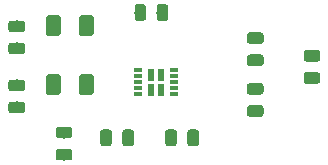
<source format=gbr>
G04 #@! TF.GenerationSoftware,KiCad,Pcbnew,(5.1.0)-1*
G04 #@! TF.CreationDate,2019-05-18T16:03:49-06:00*
G04 #@! TF.ProjectId,Tension,54656e73-696f-46e2-9e6b-696361645f70,rev?*
G04 #@! TF.SameCoordinates,Original*
G04 #@! TF.FileFunction,Paste,Top*
G04 #@! TF.FilePolarity,Positive*
%FSLAX46Y46*%
G04 Gerber Fmt 4.6, Leading zero omitted, Abs format (unit mm)*
G04 Created by KiCad (PCBNEW (5.1.0)-1) date 2019-05-18 16:03:49*
%MOMM*%
%LPD*%
G04 APERTURE LIST*
%ADD10C,0.100000*%
%ADD11C,1.250000*%
%ADD12C,0.975000*%
%ADD13R,0.600000X1.050000*%
%ADD14R,0.650000X0.300000*%
G04 APERTURE END LIST*
D10*
G36*
X146499504Y-67626204D02*
G01*
X146523773Y-67629804D01*
X146547571Y-67635765D01*
X146570671Y-67644030D01*
X146592849Y-67654520D01*
X146613893Y-67667133D01*
X146633598Y-67681747D01*
X146651777Y-67698223D01*
X146668253Y-67716402D01*
X146682867Y-67736107D01*
X146695480Y-67757151D01*
X146705970Y-67779329D01*
X146714235Y-67802429D01*
X146720196Y-67826227D01*
X146723796Y-67850496D01*
X146725000Y-67875000D01*
X146725000Y-69125000D01*
X146723796Y-69149504D01*
X146720196Y-69173773D01*
X146714235Y-69197571D01*
X146705970Y-69220671D01*
X146695480Y-69242849D01*
X146682867Y-69263893D01*
X146668253Y-69283598D01*
X146651777Y-69301777D01*
X146633598Y-69318253D01*
X146613893Y-69332867D01*
X146592849Y-69345480D01*
X146570671Y-69355970D01*
X146547571Y-69364235D01*
X146523773Y-69370196D01*
X146499504Y-69373796D01*
X146475000Y-69375000D01*
X145725000Y-69375000D01*
X145700496Y-69373796D01*
X145676227Y-69370196D01*
X145652429Y-69364235D01*
X145629329Y-69355970D01*
X145607151Y-69345480D01*
X145586107Y-69332867D01*
X145566402Y-69318253D01*
X145548223Y-69301777D01*
X145531747Y-69283598D01*
X145517133Y-69263893D01*
X145504520Y-69242849D01*
X145494030Y-69220671D01*
X145485765Y-69197571D01*
X145479804Y-69173773D01*
X145476204Y-69149504D01*
X145475000Y-69125000D01*
X145475000Y-67875000D01*
X145476204Y-67850496D01*
X145479804Y-67826227D01*
X145485765Y-67802429D01*
X145494030Y-67779329D01*
X145504520Y-67757151D01*
X145517133Y-67736107D01*
X145531747Y-67716402D01*
X145548223Y-67698223D01*
X145566402Y-67681747D01*
X145586107Y-67667133D01*
X145607151Y-67654520D01*
X145629329Y-67644030D01*
X145652429Y-67635765D01*
X145676227Y-67629804D01*
X145700496Y-67626204D01*
X145725000Y-67625000D01*
X146475000Y-67625000D01*
X146499504Y-67626204D01*
X146499504Y-67626204D01*
G37*
D11*
X146100000Y-68500000D03*
D10*
G36*
X149299504Y-67626204D02*
G01*
X149323773Y-67629804D01*
X149347571Y-67635765D01*
X149370671Y-67644030D01*
X149392849Y-67654520D01*
X149413893Y-67667133D01*
X149433598Y-67681747D01*
X149451777Y-67698223D01*
X149468253Y-67716402D01*
X149482867Y-67736107D01*
X149495480Y-67757151D01*
X149505970Y-67779329D01*
X149514235Y-67802429D01*
X149520196Y-67826227D01*
X149523796Y-67850496D01*
X149525000Y-67875000D01*
X149525000Y-69125000D01*
X149523796Y-69149504D01*
X149520196Y-69173773D01*
X149514235Y-69197571D01*
X149505970Y-69220671D01*
X149495480Y-69242849D01*
X149482867Y-69263893D01*
X149468253Y-69283598D01*
X149451777Y-69301777D01*
X149433598Y-69318253D01*
X149413893Y-69332867D01*
X149392849Y-69345480D01*
X149370671Y-69355970D01*
X149347571Y-69364235D01*
X149323773Y-69370196D01*
X149299504Y-69373796D01*
X149275000Y-69375000D01*
X148525000Y-69375000D01*
X148500496Y-69373796D01*
X148476227Y-69370196D01*
X148452429Y-69364235D01*
X148429329Y-69355970D01*
X148407151Y-69345480D01*
X148386107Y-69332867D01*
X148366402Y-69318253D01*
X148348223Y-69301777D01*
X148331747Y-69283598D01*
X148317133Y-69263893D01*
X148304520Y-69242849D01*
X148294030Y-69220671D01*
X148285765Y-69197571D01*
X148279804Y-69173773D01*
X148276204Y-69149504D01*
X148275000Y-69125000D01*
X148275000Y-67875000D01*
X148276204Y-67850496D01*
X148279804Y-67826227D01*
X148285765Y-67802429D01*
X148294030Y-67779329D01*
X148304520Y-67757151D01*
X148317133Y-67736107D01*
X148331747Y-67716402D01*
X148348223Y-67698223D01*
X148366402Y-67681747D01*
X148386107Y-67667133D01*
X148407151Y-67654520D01*
X148429329Y-67644030D01*
X148452429Y-67635765D01*
X148476227Y-67629804D01*
X148500496Y-67626204D01*
X148525000Y-67625000D01*
X149275000Y-67625000D01*
X149299504Y-67626204D01*
X149299504Y-67626204D01*
G37*
D11*
X148900000Y-68500000D03*
D10*
G36*
X143480142Y-63076174D02*
G01*
X143503803Y-63079684D01*
X143527007Y-63085496D01*
X143549529Y-63093554D01*
X143571153Y-63103782D01*
X143591670Y-63116079D01*
X143610883Y-63130329D01*
X143628607Y-63146393D01*
X143644671Y-63164117D01*
X143658921Y-63183330D01*
X143671218Y-63203847D01*
X143681446Y-63225471D01*
X143689504Y-63247993D01*
X143695316Y-63271197D01*
X143698826Y-63294858D01*
X143700000Y-63318750D01*
X143700000Y-63806250D01*
X143698826Y-63830142D01*
X143695316Y-63853803D01*
X143689504Y-63877007D01*
X143681446Y-63899529D01*
X143671218Y-63921153D01*
X143658921Y-63941670D01*
X143644671Y-63960883D01*
X143628607Y-63978607D01*
X143610883Y-63994671D01*
X143591670Y-64008921D01*
X143571153Y-64021218D01*
X143549529Y-64031446D01*
X143527007Y-64039504D01*
X143503803Y-64045316D01*
X143480142Y-64048826D01*
X143456250Y-64050000D01*
X142543750Y-64050000D01*
X142519858Y-64048826D01*
X142496197Y-64045316D01*
X142472993Y-64039504D01*
X142450471Y-64031446D01*
X142428847Y-64021218D01*
X142408330Y-64008921D01*
X142389117Y-63994671D01*
X142371393Y-63978607D01*
X142355329Y-63960883D01*
X142341079Y-63941670D01*
X142328782Y-63921153D01*
X142318554Y-63899529D01*
X142310496Y-63877007D01*
X142304684Y-63853803D01*
X142301174Y-63830142D01*
X142300000Y-63806250D01*
X142300000Y-63318750D01*
X142301174Y-63294858D01*
X142304684Y-63271197D01*
X142310496Y-63247993D01*
X142318554Y-63225471D01*
X142328782Y-63203847D01*
X142341079Y-63183330D01*
X142355329Y-63164117D01*
X142371393Y-63146393D01*
X142389117Y-63130329D01*
X142408330Y-63116079D01*
X142428847Y-63103782D01*
X142450471Y-63093554D01*
X142472993Y-63085496D01*
X142496197Y-63079684D01*
X142519858Y-63076174D01*
X142543750Y-63075000D01*
X143456250Y-63075000D01*
X143480142Y-63076174D01*
X143480142Y-63076174D01*
G37*
D12*
X143000000Y-63562500D03*
D10*
G36*
X143480142Y-64951174D02*
G01*
X143503803Y-64954684D01*
X143527007Y-64960496D01*
X143549529Y-64968554D01*
X143571153Y-64978782D01*
X143591670Y-64991079D01*
X143610883Y-65005329D01*
X143628607Y-65021393D01*
X143644671Y-65039117D01*
X143658921Y-65058330D01*
X143671218Y-65078847D01*
X143681446Y-65100471D01*
X143689504Y-65122993D01*
X143695316Y-65146197D01*
X143698826Y-65169858D01*
X143700000Y-65193750D01*
X143700000Y-65681250D01*
X143698826Y-65705142D01*
X143695316Y-65728803D01*
X143689504Y-65752007D01*
X143681446Y-65774529D01*
X143671218Y-65796153D01*
X143658921Y-65816670D01*
X143644671Y-65835883D01*
X143628607Y-65853607D01*
X143610883Y-65869671D01*
X143591670Y-65883921D01*
X143571153Y-65896218D01*
X143549529Y-65906446D01*
X143527007Y-65914504D01*
X143503803Y-65920316D01*
X143480142Y-65923826D01*
X143456250Y-65925000D01*
X142543750Y-65925000D01*
X142519858Y-65923826D01*
X142496197Y-65920316D01*
X142472993Y-65914504D01*
X142450471Y-65906446D01*
X142428847Y-65896218D01*
X142408330Y-65883921D01*
X142389117Y-65869671D01*
X142371393Y-65853607D01*
X142355329Y-65835883D01*
X142341079Y-65816670D01*
X142328782Y-65796153D01*
X142318554Y-65774529D01*
X142310496Y-65752007D01*
X142304684Y-65728803D01*
X142301174Y-65705142D01*
X142300000Y-65681250D01*
X142300000Y-65193750D01*
X142301174Y-65169858D01*
X142304684Y-65146197D01*
X142310496Y-65122993D01*
X142318554Y-65100471D01*
X142328782Y-65078847D01*
X142341079Y-65058330D01*
X142355329Y-65039117D01*
X142371393Y-65021393D01*
X142389117Y-65005329D01*
X142408330Y-64991079D01*
X142428847Y-64978782D01*
X142450471Y-64968554D01*
X142472993Y-64960496D01*
X142496197Y-64954684D01*
X142519858Y-64951174D01*
X142543750Y-64950000D01*
X143456250Y-64950000D01*
X143480142Y-64951174D01*
X143480142Y-64951174D01*
G37*
D12*
X143000000Y-65437500D03*
D10*
G36*
X146499504Y-62626204D02*
G01*
X146523773Y-62629804D01*
X146547571Y-62635765D01*
X146570671Y-62644030D01*
X146592849Y-62654520D01*
X146613893Y-62667133D01*
X146633598Y-62681747D01*
X146651777Y-62698223D01*
X146668253Y-62716402D01*
X146682867Y-62736107D01*
X146695480Y-62757151D01*
X146705970Y-62779329D01*
X146714235Y-62802429D01*
X146720196Y-62826227D01*
X146723796Y-62850496D01*
X146725000Y-62875000D01*
X146725000Y-64125000D01*
X146723796Y-64149504D01*
X146720196Y-64173773D01*
X146714235Y-64197571D01*
X146705970Y-64220671D01*
X146695480Y-64242849D01*
X146682867Y-64263893D01*
X146668253Y-64283598D01*
X146651777Y-64301777D01*
X146633598Y-64318253D01*
X146613893Y-64332867D01*
X146592849Y-64345480D01*
X146570671Y-64355970D01*
X146547571Y-64364235D01*
X146523773Y-64370196D01*
X146499504Y-64373796D01*
X146475000Y-64375000D01*
X145725000Y-64375000D01*
X145700496Y-64373796D01*
X145676227Y-64370196D01*
X145652429Y-64364235D01*
X145629329Y-64355970D01*
X145607151Y-64345480D01*
X145586107Y-64332867D01*
X145566402Y-64318253D01*
X145548223Y-64301777D01*
X145531747Y-64283598D01*
X145517133Y-64263893D01*
X145504520Y-64242849D01*
X145494030Y-64220671D01*
X145485765Y-64197571D01*
X145479804Y-64173773D01*
X145476204Y-64149504D01*
X145475000Y-64125000D01*
X145475000Y-62875000D01*
X145476204Y-62850496D01*
X145479804Y-62826227D01*
X145485765Y-62802429D01*
X145494030Y-62779329D01*
X145504520Y-62757151D01*
X145517133Y-62736107D01*
X145531747Y-62716402D01*
X145548223Y-62698223D01*
X145566402Y-62681747D01*
X145586107Y-62667133D01*
X145607151Y-62654520D01*
X145629329Y-62644030D01*
X145652429Y-62635765D01*
X145676227Y-62629804D01*
X145700496Y-62626204D01*
X145725000Y-62625000D01*
X146475000Y-62625000D01*
X146499504Y-62626204D01*
X146499504Y-62626204D01*
G37*
D11*
X146100000Y-63500000D03*
D10*
G36*
X149299504Y-62626204D02*
G01*
X149323773Y-62629804D01*
X149347571Y-62635765D01*
X149370671Y-62644030D01*
X149392849Y-62654520D01*
X149413893Y-62667133D01*
X149433598Y-62681747D01*
X149451777Y-62698223D01*
X149468253Y-62716402D01*
X149482867Y-62736107D01*
X149495480Y-62757151D01*
X149505970Y-62779329D01*
X149514235Y-62802429D01*
X149520196Y-62826227D01*
X149523796Y-62850496D01*
X149525000Y-62875000D01*
X149525000Y-64125000D01*
X149523796Y-64149504D01*
X149520196Y-64173773D01*
X149514235Y-64197571D01*
X149505970Y-64220671D01*
X149495480Y-64242849D01*
X149482867Y-64263893D01*
X149468253Y-64283598D01*
X149451777Y-64301777D01*
X149433598Y-64318253D01*
X149413893Y-64332867D01*
X149392849Y-64345480D01*
X149370671Y-64355970D01*
X149347571Y-64364235D01*
X149323773Y-64370196D01*
X149299504Y-64373796D01*
X149275000Y-64375000D01*
X148525000Y-64375000D01*
X148500496Y-64373796D01*
X148476227Y-64370196D01*
X148452429Y-64364235D01*
X148429329Y-64355970D01*
X148407151Y-64345480D01*
X148386107Y-64332867D01*
X148366402Y-64318253D01*
X148348223Y-64301777D01*
X148331747Y-64283598D01*
X148317133Y-64263893D01*
X148304520Y-64242849D01*
X148294030Y-64220671D01*
X148285765Y-64197571D01*
X148279804Y-64173773D01*
X148276204Y-64149504D01*
X148275000Y-64125000D01*
X148275000Y-62875000D01*
X148276204Y-62850496D01*
X148279804Y-62826227D01*
X148285765Y-62802429D01*
X148294030Y-62779329D01*
X148304520Y-62757151D01*
X148317133Y-62736107D01*
X148331747Y-62716402D01*
X148348223Y-62698223D01*
X148366402Y-62681747D01*
X148386107Y-62667133D01*
X148407151Y-62654520D01*
X148429329Y-62644030D01*
X148452429Y-62635765D01*
X148476227Y-62629804D01*
X148500496Y-62626204D01*
X148525000Y-62625000D01*
X149275000Y-62625000D01*
X149299504Y-62626204D01*
X149299504Y-62626204D01*
G37*
D11*
X148900000Y-63500000D03*
D10*
G36*
X155605142Y-61701174D02*
G01*
X155628803Y-61704684D01*
X155652007Y-61710496D01*
X155674529Y-61718554D01*
X155696153Y-61728782D01*
X155716670Y-61741079D01*
X155735883Y-61755329D01*
X155753607Y-61771393D01*
X155769671Y-61789117D01*
X155783921Y-61808330D01*
X155796218Y-61828847D01*
X155806446Y-61850471D01*
X155814504Y-61872993D01*
X155820316Y-61896197D01*
X155823826Y-61919858D01*
X155825000Y-61943750D01*
X155825000Y-62856250D01*
X155823826Y-62880142D01*
X155820316Y-62903803D01*
X155814504Y-62927007D01*
X155806446Y-62949529D01*
X155796218Y-62971153D01*
X155783921Y-62991670D01*
X155769671Y-63010883D01*
X155753607Y-63028607D01*
X155735883Y-63044671D01*
X155716670Y-63058921D01*
X155696153Y-63071218D01*
X155674529Y-63081446D01*
X155652007Y-63089504D01*
X155628803Y-63095316D01*
X155605142Y-63098826D01*
X155581250Y-63100000D01*
X155093750Y-63100000D01*
X155069858Y-63098826D01*
X155046197Y-63095316D01*
X155022993Y-63089504D01*
X155000471Y-63081446D01*
X154978847Y-63071218D01*
X154958330Y-63058921D01*
X154939117Y-63044671D01*
X154921393Y-63028607D01*
X154905329Y-63010883D01*
X154891079Y-62991670D01*
X154878782Y-62971153D01*
X154868554Y-62949529D01*
X154860496Y-62927007D01*
X154854684Y-62903803D01*
X154851174Y-62880142D01*
X154850000Y-62856250D01*
X154850000Y-61943750D01*
X154851174Y-61919858D01*
X154854684Y-61896197D01*
X154860496Y-61872993D01*
X154868554Y-61850471D01*
X154878782Y-61828847D01*
X154891079Y-61808330D01*
X154905329Y-61789117D01*
X154921393Y-61771393D01*
X154939117Y-61755329D01*
X154958330Y-61741079D01*
X154978847Y-61728782D01*
X155000471Y-61718554D01*
X155022993Y-61710496D01*
X155046197Y-61704684D01*
X155069858Y-61701174D01*
X155093750Y-61700000D01*
X155581250Y-61700000D01*
X155605142Y-61701174D01*
X155605142Y-61701174D01*
G37*
D12*
X155337500Y-62400000D03*
D10*
G36*
X153730142Y-61701174D02*
G01*
X153753803Y-61704684D01*
X153777007Y-61710496D01*
X153799529Y-61718554D01*
X153821153Y-61728782D01*
X153841670Y-61741079D01*
X153860883Y-61755329D01*
X153878607Y-61771393D01*
X153894671Y-61789117D01*
X153908921Y-61808330D01*
X153921218Y-61828847D01*
X153931446Y-61850471D01*
X153939504Y-61872993D01*
X153945316Y-61896197D01*
X153948826Y-61919858D01*
X153950000Y-61943750D01*
X153950000Y-62856250D01*
X153948826Y-62880142D01*
X153945316Y-62903803D01*
X153939504Y-62927007D01*
X153931446Y-62949529D01*
X153921218Y-62971153D01*
X153908921Y-62991670D01*
X153894671Y-63010883D01*
X153878607Y-63028607D01*
X153860883Y-63044671D01*
X153841670Y-63058921D01*
X153821153Y-63071218D01*
X153799529Y-63081446D01*
X153777007Y-63089504D01*
X153753803Y-63095316D01*
X153730142Y-63098826D01*
X153706250Y-63100000D01*
X153218750Y-63100000D01*
X153194858Y-63098826D01*
X153171197Y-63095316D01*
X153147993Y-63089504D01*
X153125471Y-63081446D01*
X153103847Y-63071218D01*
X153083330Y-63058921D01*
X153064117Y-63044671D01*
X153046393Y-63028607D01*
X153030329Y-63010883D01*
X153016079Y-62991670D01*
X153003782Y-62971153D01*
X152993554Y-62949529D01*
X152985496Y-62927007D01*
X152979684Y-62903803D01*
X152976174Y-62880142D01*
X152975000Y-62856250D01*
X152975000Y-61943750D01*
X152976174Y-61919858D01*
X152979684Y-61896197D01*
X152985496Y-61872993D01*
X152993554Y-61850471D01*
X153003782Y-61828847D01*
X153016079Y-61808330D01*
X153030329Y-61789117D01*
X153046393Y-61771393D01*
X153064117Y-61755329D01*
X153083330Y-61741079D01*
X153103847Y-61728782D01*
X153125471Y-61718554D01*
X153147993Y-61710496D01*
X153171197Y-61704684D01*
X153194858Y-61701174D01*
X153218750Y-61700000D01*
X153706250Y-61700000D01*
X153730142Y-61701174D01*
X153730142Y-61701174D01*
G37*
D12*
X153462500Y-62400000D03*
D10*
G36*
X156330142Y-72301174D02*
G01*
X156353803Y-72304684D01*
X156377007Y-72310496D01*
X156399529Y-72318554D01*
X156421153Y-72328782D01*
X156441670Y-72341079D01*
X156460883Y-72355329D01*
X156478607Y-72371393D01*
X156494671Y-72389117D01*
X156508921Y-72408330D01*
X156521218Y-72428847D01*
X156531446Y-72450471D01*
X156539504Y-72472993D01*
X156545316Y-72496197D01*
X156548826Y-72519858D01*
X156550000Y-72543750D01*
X156550000Y-73456250D01*
X156548826Y-73480142D01*
X156545316Y-73503803D01*
X156539504Y-73527007D01*
X156531446Y-73549529D01*
X156521218Y-73571153D01*
X156508921Y-73591670D01*
X156494671Y-73610883D01*
X156478607Y-73628607D01*
X156460883Y-73644671D01*
X156441670Y-73658921D01*
X156421153Y-73671218D01*
X156399529Y-73681446D01*
X156377007Y-73689504D01*
X156353803Y-73695316D01*
X156330142Y-73698826D01*
X156306250Y-73700000D01*
X155818750Y-73700000D01*
X155794858Y-73698826D01*
X155771197Y-73695316D01*
X155747993Y-73689504D01*
X155725471Y-73681446D01*
X155703847Y-73671218D01*
X155683330Y-73658921D01*
X155664117Y-73644671D01*
X155646393Y-73628607D01*
X155630329Y-73610883D01*
X155616079Y-73591670D01*
X155603782Y-73571153D01*
X155593554Y-73549529D01*
X155585496Y-73527007D01*
X155579684Y-73503803D01*
X155576174Y-73480142D01*
X155575000Y-73456250D01*
X155575000Y-72543750D01*
X155576174Y-72519858D01*
X155579684Y-72496197D01*
X155585496Y-72472993D01*
X155593554Y-72450471D01*
X155603782Y-72428847D01*
X155616079Y-72408330D01*
X155630329Y-72389117D01*
X155646393Y-72371393D01*
X155664117Y-72355329D01*
X155683330Y-72341079D01*
X155703847Y-72328782D01*
X155725471Y-72318554D01*
X155747993Y-72310496D01*
X155771197Y-72304684D01*
X155794858Y-72301174D01*
X155818750Y-72300000D01*
X156306250Y-72300000D01*
X156330142Y-72301174D01*
X156330142Y-72301174D01*
G37*
D12*
X156062500Y-73000000D03*
D10*
G36*
X158205142Y-72301174D02*
G01*
X158228803Y-72304684D01*
X158252007Y-72310496D01*
X158274529Y-72318554D01*
X158296153Y-72328782D01*
X158316670Y-72341079D01*
X158335883Y-72355329D01*
X158353607Y-72371393D01*
X158369671Y-72389117D01*
X158383921Y-72408330D01*
X158396218Y-72428847D01*
X158406446Y-72450471D01*
X158414504Y-72472993D01*
X158420316Y-72496197D01*
X158423826Y-72519858D01*
X158425000Y-72543750D01*
X158425000Y-73456250D01*
X158423826Y-73480142D01*
X158420316Y-73503803D01*
X158414504Y-73527007D01*
X158406446Y-73549529D01*
X158396218Y-73571153D01*
X158383921Y-73591670D01*
X158369671Y-73610883D01*
X158353607Y-73628607D01*
X158335883Y-73644671D01*
X158316670Y-73658921D01*
X158296153Y-73671218D01*
X158274529Y-73681446D01*
X158252007Y-73689504D01*
X158228803Y-73695316D01*
X158205142Y-73698826D01*
X158181250Y-73700000D01*
X157693750Y-73700000D01*
X157669858Y-73698826D01*
X157646197Y-73695316D01*
X157622993Y-73689504D01*
X157600471Y-73681446D01*
X157578847Y-73671218D01*
X157558330Y-73658921D01*
X157539117Y-73644671D01*
X157521393Y-73628607D01*
X157505329Y-73610883D01*
X157491079Y-73591670D01*
X157478782Y-73571153D01*
X157468554Y-73549529D01*
X157460496Y-73527007D01*
X157454684Y-73503803D01*
X157451174Y-73480142D01*
X157450000Y-73456250D01*
X157450000Y-72543750D01*
X157451174Y-72519858D01*
X157454684Y-72496197D01*
X157460496Y-72472993D01*
X157468554Y-72450471D01*
X157478782Y-72428847D01*
X157491079Y-72408330D01*
X157505329Y-72389117D01*
X157521393Y-72371393D01*
X157539117Y-72355329D01*
X157558330Y-72341079D01*
X157578847Y-72328782D01*
X157600471Y-72318554D01*
X157622993Y-72310496D01*
X157646197Y-72304684D01*
X157669858Y-72301174D01*
X157693750Y-72300000D01*
X158181250Y-72300000D01*
X158205142Y-72301174D01*
X158205142Y-72301174D01*
G37*
D12*
X157937500Y-73000000D03*
D10*
G36*
X143480142Y-68076174D02*
G01*
X143503803Y-68079684D01*
X143527007Y-68085496D01*
X143549529Y-68093554D01*
X143571153Y-68103782D01*
X143591670Y-68116079D01*
X143610883Y-68130329D01*
X143628607Y-68146393D01*
X143644671Y-68164117D01*
X143658921Y-68183330D01*
X143671218Y-68203847D01*
X143681446Y-68225471D01*
X143689504Y-68247993D01*
X143695316Y-68271197D01*
X143698826Y-68294858D01*
X143700000Y-68318750D01*
X143700000Y-68806250D01*
X143698826Y-68830142D01*
X143695316Y-68853803D01*
X143689504Y-68877007D01*
X143681446Y-68899529D01*
X143671218Y-68921153D01*
X143658921Y-68941670D01*
X143644671Y-68960883D01*
X143628607Y-68978607D01*
X143610883Y-68994671D01*
X143591670Y-69008921D01*
X143571153Y-69021218D01*
X143549529Y-69031446D01*
X143527007Y-69039504D01*
X143503803Y-69045316D01*
X143480142Y-69048826D01*
X143456250Y-69050000D01*
X142543750Y-69050000D01*
X142519858Y-69048826D01*
X142496197Y-69045316D01*
X142472993Y-69039504D01*
X142450471Y-69031446D01*
X142428847Y-69021218D01*
X142408330Y-69008921D01*
X142389117Y-68994671D01*
X142371393Y-68978607D01*
X142355329Y-68960883D01*
X142341079Y-68941670D01*
X142328782Y-68921153D01*
X142318554Y-68899529D01*
X142310496Y-68877007D01*
X142304684Y-68853803D01*
X142301174Y-68830142D01*
X142300000Y-68806250D01*
X142300000Y-68318750D01*
X142301174Y-68294858D01*
X142304684Y-68271197D01*
X142310496Y-68247993D01*
X142318554Y-68225471D01*
X142328782Y-68203847D01*
X142341079Y-68183330D01*
X142355329Y-68164117D01*
X142371393Y-68146393D01*
X142389117Y-68130329D01*
X142408330Y-68116079D01*
X142428847Y-68103782D01*
X142450471Y-68093554D01*
X142472993Y-68085496D01*
X142496197Y-68079684D01*
X142519858Y-68076174D01*
X142543750Y-68075000D01*
X143456250Y-68075000D01*
X143480142Y-68076174D01*
X143480142Y-68076174D01*
G37*
D12*
X143000000Y-68562500D03*
D10*
G36*
X143480142Y-69951174D02*
G01*
X143503803Y-69954684D01*
X143527007Y-69960496D01*
X143549529Y-69968554D01*
X143571153Y-69978782D01*
X143591670Y-69991079D01*
X143610883Y-70005329D01*
X143628607Y-70021393D01*
X143644671Y-70039117D01*
X143658921Y-70058330D01*
X143671218Y-70078847D01*
X143681446Y-70100471D01*
X143689504Y-70122993D01*
X143695316Y-70146197D01*
X143698826Y-70169858D01*
X143700000Y-70193750D01*
X143700000Y-70681250D01*
X143698826Y-70705142D01*
X143695316Y-70728803D01*
X143689504Y-70752007D01*
X143681446Y-70774529D01*
X143671218Y-70796153D01*
X143658921Y-70816670D01*
X143644671Y-70835883D01*
X143628607Y-70853607D01*
X143610883Y-70869671D01*
X143591670Y-70883921D01*
X143571153Y-70896218D01*
X143549529Y-70906446D01*
X143527007Y-70914504D01*
X143503803Y-70920316D01*
X143480142Y-70923826D01*
X143456250Y-70925000D01*
X142543750Y-70925000D01*
X142519858Y-70923826D01*
X142496197Y-70920316D01*
X142472993Y-70914504D01*
X142450471Y-70906446D01*
X142428847Y-70896218D01*
X142408330Y-70883921D01*
X142389117Y-70869671D01*
X142371393Y-70853607D01*
X142355329Y-70835883D01*
X142341079Y-70816670D01*
X142328782Y-70796153D01*
X142318554Y-70774529D01*
X142310496Y-70752007D01*
X142304684Y-70728803D01*
X142301174Y-70705142D01*
X142300000Y-70681250D01*
X142300000Y-70193750D01*
X142301174Y-70169858D01*
X142304684Y-70146197D01*
X142310496Y-70122993D01*
X142318554Y-70100471D01*
X142328782Y-70078847D01*
X142341079Y-70058330D01*
X142355329Y-70039117D01*
X142371393Y-70021393D01*
X142389117Y-70005329D01*
X142408330Y-69991079D01*
X142428847Y-69978782D01*
X142450471Y-69968554D01*
X142472993Y-69960496D01*
X142496197Y-69954684D01*
X142519858Y-69951174D01*
X142543750Y-69950000D01*
X143456250Y-69950000D01*
X143480142Y-69951174D01*
X143480142Y-69951174D01*
G37*
D12*
X143000000Y-70437500D03*
D10*
G36*
X147480142Y-73951174D02*
G01*
X147503803Y-73954684D01*
X147527007Y-73960496D01*
X147549529Y-73968554D01*
X147571153Y-73978782D01*
X147591670Y-73991079D01*
X147610883Y-74005329D01*
X147628607Y-74021393D01*
X147644671Y-74039117D01*
X147658921Y-74058330D01*
X147671218Y-74078847D01*
X147681446Y-74100471D01*
X147689504Y-74122993D01*
X147695316Y-74146197D01*
X147698826Y-74169858D01*
X147700000Y-74193750D01*
X147700000Y-74681250D01*
X147698826Y-74705142D01*
X147695316Y-74728803D01*
X147689504Y-74752007D01*
X147681446Y-74774529D01*
X147671218Y-74796153D01*
X147658921Y-74816670D01*
X147644671Y-74835883D01*
X147628607Y-74853607D01*
X147610883Y-74869671D01*
X147591670Y-74883921D01*
X147571153Y-74896218D01*
X147549529Y-74906446D01*
X147527007Y-74914504D01*
X147503803Y-74920316D01*
X147480142Y-74923826D01*
X147456250Y-74925000D01*
X146543750Y-74925000D01*
X146519858Y-74923826D01*
X146496197Y-74920316D01*
X146472993Y-74914504D01*
X146450471Y-74906446D01*
X146428847Y-74896218D01*
X146408330Y-74883921D01*
X146389117Y-74869671D01*
X146371393Y-74853607D01*
X146355329Y-74835883D01*
X146341079Y-74816670D01*
X146328782Y-74796153D01*
X146318554Y-74774529D01*
X146310496Y-74752007D01*
X146304684Y-74728803D01*
X146301174Y-74705142D01*
X146300000Y-74681250D01*
X146300000Y-74193750D01*
X146301174Y-74169858D01*
X146304684Y-74146197D01*
X146310496Y-74122993D01*
X146318554Y-74100471D01*
X146328782Y-74078847D01*
X146341079Y-74058330D01*
X146355329Y-74039117D01*
X146371393Y-74021393D01*
X146389117Y-74005329D01*
X146408330Y-73991079D01*
X146428847Y-73978782D01*
X146450471Y-73968554D01*
X146472993Y-73960496D01*
X146496197Y-73954684D01*
X146519858Y-73951174D01*
X146543750Y-73950000D01*
X147456250Y-73950000D01*
X147480142Y-73951174D01*
X147480142Y-73951174D01*
G37*
D12*
X147000000Y-74437500D03*
D10*
G36*
X147480142Y-72076174D02*
G01*
X147503803Y-72079684D01*
X147527007Y-72085496D01*
X147549529Y-72093554D01*
X147571153Y-72103782D01*
X147591670Y-72116079D01*
X147610883Y-72130329D01*
X147628607Y-72146393D01*
X147644671Y-72164117D01*
X147658921Y-72183330D01*
X147671218Y-72203847D01*
X147681446Y-72225471D01*
X147689504Y-72247993D01*
X147695316Y-72271197D01*
X147698826Y-72294858D01*
X147700000Y-72318750D01*
X147700000Y-72806250D01*
X147698826Y-72830142D01*
X147695316Y-72853803D01*
X147689504Y-72877007D01*
X147681446Y-72899529D01*
X147671218Y-72921153D01*
X147658921Y-72941670D01*
X147644671Y-72960883D01*
X147628607Y-72978607D01*
X147610883Y-72994671D01*
X147591670Y-73008921D01*
X147571153Y-73021218D01*
X147549529Y-73031446D01*
X147527007Y-73039504D01*
X147503803Y-73045316D01*
X147480142Y-73048826D01*
X147456250Y-73050000D01*
X146543750Y-73050000D01*
X146519858Y-73048826D01*
X146496197Y-73045316D01*
X146472993Y-73039504D01*
X146450471Y-73031446D01*
X146428847Y-73021218D01*
X146408330Y-73008921D01*
X146389117Y-72994671D01*
X146371393Y-72978607D01*
X146355329Y-72960883D01*
X146341079Y-72941670D01*
X146328782Y-72921153D01*
X146318554Y-72899529D01*
X146310496Y-72877007D01*
X146304684Y-72853803D01*
X146301174Y-72830142D01*
X146300000Y-72806250D01*
X146300000Y-72318750D01*
X146301174Y-72294858D01*
X146304684Y-72271197D01*
X146310496Y-72247993D01*
X146318554Y-72225471D01*
X146328782Y-72203847D01*
X146341079Y-72183330D01*
X146355329Y-72164117D01*
X146371393Y-72146393D01*
X146389117Y-72130329D01*
X146408330Y-72116079D01*
X146428847Y-72103782D01*
X146450471Y-72093554D01*
X146472993Y-72085496D01*
X146496197Y-72079684D01*
X146519858Y-72076174D01*
X146543750Y-72075000D01*
X147456250Y-72075000D01*
X147480142Y-72076174D01*
X147480142Y-72076174D01*
G37*
D12*
X147000000Y-72562500D03*
D10*
G36*
X163680142Y-65951174D02*
G01*
X163703803Y-65954684D01*
X163727007Y-65960496D01*
X163749529Y-65968554D01*
X163771153Y-65978782D01*
X163791670Y-65991079D01*
X163810883Y-66005329D01*
X163828607Y-66021393D01*
X163844671Y-66039117D01*
X163858921Y-66058330D01*
X163871218Y-66078847D01*
X163881446Y-66100471D01*
X163889504Y-66122993D01*
X163895316Y-66146197D01*
X163898826Y-66169858D01*
X163900000Y-66193750D01*
X163900000Y-66681250D01*
X163898826Y-66705142D01*
X163895316Y-66728803D01*
X163889504Y-66752007D01*
X163881446Y-66774529D01*
X163871218Y-66796153D01*
X163858921Y-66816670D01*
X163844671Y-66835883D01*
X163828607Y-66853607D01*
X163810883Y-66869671D01*
X163791670Y-66883921D01*
X163771153Y-66896218D01*
X163749529Y-66906446D01*
X163727007Y-66914504D01*
X163703803Y-66920316D01*
X163680142Y-66923826D01*
X163656250Y-66925000D01*
X162743750Y-66925000D01*
X162719858Y-66923826D01*
X162696197Y-66920316D01*
X162672993Y-66914504D01*
X162650471Y-66906446D01*
X162628847Y-66896218D01*
X162608330Y-66883921D01*
X162589117Y-66869671D01*
X162571393Y-66853607D01*
X162555329Y-66835883D01*
X162541079Y-66816670D01*
X162528782Y-66796153D01*
X162518554Y-66774529D01*
X162510496Y-66752007D01*
X162504684Y-66728803D01*
X162501174Y-66705142D01*
X162500000Y-66681250D01*
X162500000Y-66193750D01*
X162501174Y-66169858D01*
X162504684Y-66146197D01*
X162510496Y-66122993D01*
X162518554Y-66100471D01*
X162528782Y-66078847D01*
X162541079Y-66058330D01*
X162555329Y-66039117D01*
X162571393Y-66021393D01*
X162589117Y-66005329D01*
X162608330Y-65991079D01*
X162628847Y-65978782D01*
X162650471Y-65968554D01*
X162672993Y-65960496D01*
X162696197Y-65954684D01*
X162719858Y-65951174D01*
X162743750Y-65950000D01*
X163656250Y-65950000D01*
X163680142Y-65951174D01*
X163680142Y-65951174D01*
G37*
D12*
X163200000Y-66437500D03*
D10*
G36*
X163680142Y-64076174D02*
G01*
X163703803Y-64079684D01*
X163727007Y-64085496D01*
X163749529Y-64093554D01*
X163771153Y-64103782D01*
X163791670Y-64116079D01*
X163810883Y-64130329D01*
X163828607Y-64146393D01*
X163844671Y-64164117D01*
X163858921Y-64183330D01*
X163871218Y-64203847D01*
X163881446Y-64225471D01*
X163889504Y-64247993D01*
X163895316Y-64271197D01*
X163898826Y-64294858D01*
X163900000Y-64318750D01*
X163900000Y-64806250D01*
X163898826Y-64830142D01*
X163895316Y-64853803D01*
X163889504Y-64877007D01*
X163881446Y-64899529D01*
X163871218Y-64921153D01*
X163858921Y-64941670D01*
X163844671Y-64960883D01*
X163828607Y-64978607D01*
X163810883Y-64994671D01*
X163791670Y-65008921D01*
X163771153Y-65021218D01*
X163749529Y-65031446D01*
X163727007Y-65039504D01*
X163703803Y-65045316D01*
X163680142Y-65048826D01*
X163656250Y-65050000D01*
X162743750Y-65050000D01*
X162719858Y-65048826D01*
X162696197Y-65045316D01*
X162672993Y-65039504D01*
X162650471Y-65031446D01*
X162628847Y-65021218D01*
X162608330Y-65008921D01*
X162589117Y-64994671D01*
X162571393Y-64978607D01*
X162555329Y-64960883D01*
X162541079Y-64941670D01*
X162528782Y-64921153D01*
X162518554Y-64899529D01*
X162510496Y-64877007D01*
X162504684Y-64853803D01*
X162501174Y-64830142D01*
X162500000Y-64806250D01*
X162500000Y-64318750D01*
X162501174Y-64294858D01*
X162504684Y-64271197D01*
X162510496Y-64247993D01*
X162518554Y-64225471D01*
X162528782Y-64203847D01*
X162541079Y-64183330D01*
X162555329Y-64164117D01*
X162571393Y-64146393D01*
X162589117Y-64130329D01*
X162608330Y-64116079D01*
X162628847Y-64103782D01*
X162650471Y-64093554D01*
X162672993Y-64085496D01*
X162696197Y-64079684D01*
X162719858Y-64076174D01*
X162743750Y-64075000D01*
X163656250Y-64075000D01*
X163680142Y-64076174D01*
X163680142Y-64076174D01*
G37*
D12*
X163200000Y-64562500D03*
D10*
G36*
X163680142Y-70251174D02*
G01*
X163703803Y-70254684D01*
X163727007Y-70260496D01*
X163749529Y-70268554D01*
X163771153Y-70278782D01*
X163791670Y-70291079D01*
X163810883Y-70305329D01*
X163828607Y-70321393D01*
X163844671Y-70339117D01*
X163858921Y-70358330D01*
X163871218Y-70378847D01*
X163881446Y-70400471D01*
X163889504Y-70422993D01*
X163895316Y-70446197D01*
X163898826Y-70469858D01*
X163900000Y-70493750D01*
X163900000Y-70981250D01*
X163898826Y-71005142D01*
X163895316Y-71028803D01*
X163889504Y-71052007D01*
X163881446Y-71074529D01*
X163871218Y-71096153D01*
X163858921Y-71116670D01*
X163844671Y-71135883D01*
X163828607Y-71153607D01*
X163810883Y-71169671D01*
X163791670Y-71183921D01*
X163771153Y-71196218D01*
X163749529Y-71206446D01*
X163727007Y-71214504D01*
X163703803Y-71220316D01*
X163680142Y-71223826D01*
X163656250Y-71225000D01*
X162743750Y-71225000D01*
X162719858Y-71223826D01*
X162696197Y-71220316D01*
X162672993Y-71214504D01*
X162650471Y-71206446D01*
X162628847Y-71196218D01*
X162608330Y-71183921D01*
X162589117Y-71169671D01*
X162571393Y-71153607D01*
X162555329Y-71135883D01*
X162541079Y-71116670D01*
X162528782Y-71096153D01*
X162518554Y-71074529D01*
X162510496Y-71052007D01*
X162504684Y-71028803D01*
X162501174Y-71005142D01*
X162500000Y-70981250D01*
X162500000Y-70493750D01*
X162501174Y-70469858D01*
X162504684Y-70446197D01*
X162510496Y-70422993D01*
X162518554Y-70400471D01*
X162528782Y-70378847D01*
X162541079Y-70358330D01*
X162555329Y-70339117D01*
X162571393Y-70321393D01*
X162589117Y-70305329D01*
X162608330Y-70291079D01*
X162628847Y-70278782D01*
X162650471Y-70268554D01*
X162672993Y-70260496D01*
X162696197Y-70254684D01*
X162719858Y-70251174D01*
X162743750Y-70250000D01*
X163656250Y-70250000D01*
X163680142Y-70251174D01*
X163680142Y-70251174D01*
G37*
D12*
X163200000Y-70737500D03*
D10*
G36*
X163680142Y-68376174D02*
G01*
X163703803Y-68379684D01*
X163727007Y-68385496D01*
X163749529Y-68393554D01*
X163771153Y-68403782D01*
X163791670Y-68416079D01*
X163810883Y-68430329D01*
X163828607Y-68446393D01*
X163844671Y-68464117D01*
X163858921Y-68483330D01*
X163871218Y-68503847D01*
X163881446Y-68525471D01*
X163889504Y-68547993D01*
X163895316Y-68571197D01*
X163898826Y-68594858D01*
X163900000Y-68618750D01*
X163900000Y-69106250D01*
X163898826Y-69130142D01*
X163895316Y-69153803D01*
X163889504Y-69177007D01*
X163881446Y-69199529D01*
X163871218Y-69221153D01*
X163858921Y-69241670D01*
X163844671Y-69260883D01*
X163828607Y-69278607D01*
X163810883Y-69294671D01*
X163791670Y-69308921D01*
X163771153Y-69321218D01*
X163749529Y-69331446D01*
X163727007Y-69339504D01*
X163703803Y-69345316D01*
X163680142Y-69348826D01*
X163656250Y-69350000D01*
X162743750Y-69350000D01*
X162719858Y-69348826D01*
X162696197Y-69345316D01*
X162672993Y-69339504D01*
X162650471Y-69331446D01*
X162628847Y-69321218D01*
X162608330Y-69308921D01*
X162589117Y-69294671D01*
X162571393Y-69278607D01*
X162555329Y-69260883D01*
X162541079Y-69241670D01*
X162528782Y-69221153D01*
X162518554Y-69199529D01*
X162510496Y-69177007D01*
X162504684Y-69153803D01*
X162501174Y-69130142D01*
X162500000Y-69106250D01*
X162500000Y-68618750D01*
X162501174Y-68594858D01*
X162504684Y-68571197D01*
X162510496Y-68547993D01*
X162518554Y-68525471D01*
X162528782Y-68503847D01*
X162541079Y-68483330D01*
X162555329Y-68464117D01*
X162571393Y-68446393D01*
X162589117Y-68430329D01*
X162608330Y-68416079D01*
X162628847Y-68403782D01*
X162650471Y-68393554D01*
X162672993Y-68385496D01*
X162696197Y-68379684D01*
X162719858Y-68376174D01*
X162743750Y-68375000D01*
X163656250Y-68375000D01*
X163680142Y-68376174D01*
X163680142Y-68376174D01*
G37*
D12*
X163200000Y-68862500D03*
D10*
G36*
X150830142Y-72301174D02*
G01*
X150853803Y-72304684D01*
X150877007Y-72310496D01*
X150899529Y-72318554D01*
X150921153Y-72328782D01*
X150941670Y-72341079D01*
X150960883Y-72355329D01*
X150978607Y-72371393D01*
X150994671Y-72389117D01*
X151008921Y-72408330D01*
X151021218Y-72428847D01*
X151031446Y-72450471D01*
X151039504Y-72472993D01*
X151045316Y-72496197D01*
X151048826Y-72519858D01*
X151050000Y-72543750D01*
X151050000Y-73456250D01*
X151048826Y-73480142D01*
X151045316Y-73503803D01*
X151039504Y-73527007D01*
X151031446Y-73549529D01*
X151021218Y-73571153D01*
X151008921Y-73591670D01*
X150994671Y-73610883D01*
X150978607Y-73628607D01*
X150960883Y-73644671D01*
X150941670Y-73658921D01*
X150921153Y-73671218D01*
X150899529Y-73681446D01*
X150877007Y-73689504D01*
X150853803Y-73695316D01*
X150830142Y-73698826D01*
X150806250Y-73700000D01*
X150318750Y-73700000D01*
X150294858Y-73698826D01*
X150271197Y-73695316D01*
X150247993Y-73689504D01*
X150225471Y-73681446D01*
X150203847Y-73671218D01*
X150183330Y-73658921D01*
X150164117Y-73644671D01*
X150146393Y-73628607D01*
X150130329Y-73610883D01*
X150116079Y-73591670D01*
X150103782Y-73571153D01*
X150093554Y-73549529D01*
X150085496Y-73527007D01*
X150079684Y-73503803D01*
X150076174Y-73480142D01*
X150075000Y-73456250D01*
X150075000Y-72543750D01*
X150076174Y-72519858D01*
X150079684Y-72496197D01*
X150085496Y-72472993D01*
X150093554Y-72450471D01*
X150103782Y-72428847D01*
X150116079Y-72408330D01*
X150130329Y-72389117D01*
X150146393Y-72371393D01*
X150164117Y-72355329D01*
X150183330Y-72341079D01*
X150203847Y-72328782D01*
X150225471Y-72318554D01*
X150247993Y-72310496D01*
X150271197Y-72304684D01*
X150294858Y-72301174D01*
X150318750Y-72300000D01*
X150806250Y-72300000D01*
X150830142Y-72301174D01*
X150830142Y-72301174D01*
G37*
D12*
X150562500Y-73000000D03*
D10*
G36*
X152705142Y-72301174D02*
G01*
X152728803Y-72304684D01*
X152752007Y-72310496D01*
X152774529Y-72318554D01*
X152796153Y-72328782D01*
X152816670Y-72341079D01*
X152835883Y-72355329D01*
X152853607Y-72371393D01*
X152869671Y-72389117D01*
X152883921Y-72408330D01*
X152896218Y-72428847D01*
X152906446Y-72450471D01*
X152914504Y-72472993D01*
X152920316Y-72496197D01*
X152923826Y-72519858D01*
X152925000Y-72543750D01*
X152925000Y-73456250D01*
X152923826Y-73480142D01*
X152920316Y-73503803D01*
X152914504Y-73527007D01*
X152906446Y-73549529D01*
X152896218Y-73571153D01*
X152883921Y-73591670D01*
X152869671Y-73610883D01*
X152853607Y-73628607D01*
X152835883Y-73644671D01*
X152816670Y-73658921D01*
X152796153Y-73671218D01*
X152774529Y-73681446D01*
X152752007Y-73689504D01*
X152728803Y-73695316D01*
X152705142Y-73698826D01*
X152681250Y-73700000D01*
X152193750Y-73700000D01*
X152169858Y-73698826D01*
X152146197Y-73695316D01*
X152122993Y-73689504D01*
X152100471Y-73681446D01*
X152078847Y-73671218D01*
X152058330Y-73658921D01*
X152039117Y-73644671D01*
X152021393Y-73628607D01*
X152005329Y-73610883D01*
X151991079Y-73591670D01*
X151978782Y-73571153D01*
X151968554Y-73549529D01*
X151960496Y-73527007D01*
X151954684Y-73503803D01*
X151951174Y-73480142D01*
X151950000Y-73456250D01*
X151950000Y-72543750D01*
X151951174Y-72519858D01*
X151954684Y-72496197D01*
X151960496Y-72472993D01*
X151968554Y-72450471D01*
X151978782Y-72428847D01*
X151991079Y-72408330D01*
X152005329Y-72389117D01*
X152021393Y-72371393D01*
X152039117Y-72355329D01*
X152058330Y-72341079D01*
X152078847Y-72328782D01*
X152100471Y-72318554D01*
X152122993Y-72310496D01*
X152146197Y-72304684D01*
X152169858Y-72301174D01*
X152193750Y-72300000D01*
X152681250Y-72300000D01*
X152705142Y-72301174D01*
X152705142Y-72301174D01*
G37*
D12*
X152437500Y-73000000D03*
D13*
X155187500Y-68920000D03*
X154412500Y-68920000D03*
X154412500Y-67680000D03*
X155187500Y-67680000D03*
D14*
X156350000Y-67300000D03*
X156350000Y-67800000D03*
X156350000Y-68300000D03*
X156350000Y-68800000D03*
X156350000Y-69300000D03*
X153250000Y-69300000D03*
X153250000Y-68800000D03*
X153250000Y-68300000D03*
X153250000Y-67800000D03*
X153250000Y-67300000D03*
D10*
G36*
X168480142Y-67451174D02*
G01*
X168503803Y-67454684D01*
X168527007Y-67460496D01*
X168549529Y-67468554D01*
X168571153Y-67478782D01*
X168591670Y-67491079D01*
X168610883Y-67505329D01*
X168628607Y-67521393D01*
X168644671Y-67539117D01*
X168658921Y-67558330D01*
X168671218Y-67578847D01*
X168681446Y-67600471D01*
X168689504Y-67622993D01*
X168695316Y-67646197D01*
X168698826Y-67669858D01*
X168700000Y-67693750D01*
X168700000Y-68181250D01*
X168698826Y-68205142D01*
X168695316Y-68228803D01*
X168689504Y-68252007D01*
X168681446Y-68274529D01*
X168671218Y-68296153D01*
X168658921Y-68316670D01*
X168644671Y-68335883D01*
X168628607Y-68353607D01*
X168610883Y-68369671D01*
X168591670Y-68383921D01*
X168571153Y-68396218D01*
X168549529Y-68406446D01*
X168527007Y-68414504D01*
X168503803Y-68420316D01*
X168480142Y-68423826D01*
X168456250Y-68425000D01*
X167543750Y-68425000D01*
X167519858Y-68423826D01*
X167496197Y-68420316D01*
X167472993Y-68414504D01*
X167450471Y-68406446D01*
X167428847Y-68396218D01*
X167408330Y-68383921D01*
X167389117Y-68369671D01*
X167371393Y-68353607D01*
X167355329Y-68335883D01*
X167341079Y-68316670D01*
X167328782Y-68296153D01*
X167318554Y-68274529D01*
X167310496Y-68252007D01*
X167304684Y-68228803D01*
X167301174Y-68205142D01*
X167300000Y-68181250D01*
X167300000Y-67693750D01*
X167301174Y-67669858D01*
X167304684Y-67646197D01*
X167310496Y-67622993D01*
X167318554Y-67600471D01*
X167328782Y-67578847D01*
X167341079Y-67558330D01*
X167355329Y-67539117D01*
X167371393Y-67521393D01*
X167389117Y-67505329D01*
X167408330Y-67491079D01*
X167428847Y-67478782D01*
X167450471Y-67468554D01*
X167472993Y-67460496D01*
X167496197Y-67454684D01*
X167519858Y-67451174D01*
X167543750Y-67450000D01*
X168456250Y-67450000D01*
X168480142Y-67451174D01*
X168480142Y-67451174D01*
G37*
D12*
X168000000Y-67937500D03*
D10*
G36*
X168480142Y-65576174D02*
G01*
X168503803Y-65579684D01*
X168527007Y-65585496D01*
X168549529Y-65593554D01*
X168571153Y-65603782D01*
X168591670Y-65616079D01*
X168610883Y-65630329D01*
X168628607Y-65646393D01*
X168644671Y-65664117D01*
X168658921Y-65683330D01*
X168671218Y-65703847D01*
X168681446Y-65725471D01*
X168689504Y-65747993D01*
X168695316Y-65771197D01*
X168698826Y-65794858D01*
X168700000Y-65818750D01*
X168700000Y-66306250D01*
X168698826Y-66330142D01*
X168695316Y-66353803D01*
X168689504Y-66377007D01*
X168681446Y-66399529D01*
X168671218Y-66421153D01*
X168658921Y-66441670D01*
X168644671Y-66460883D01*
X168628607Y-66478607D01*
X168610883Y-66494671D01*
X168591670Y-66508921D01*
X168571153Y-66521218D01*
X168549529Y-66531446D01*
X168527007Y-66539504D01*
X168503803Y-66545316D01*
X168480142Y-66548826D01*
X168456250Y-66550000D01*
X167543750Y-66550000D01*
X167519858Y-66548826D01*
X167496197Y-66545316D01*
X167472993Y-66539504D01*
X167450471Y-66531446D01*
X167428847Y-66521218D01*
X167408330Y-66508921D01*
X167389117Y-66494671D01*
X167371393Y-66478607D01*
X167355329Y-66460883D01*
X167341079Y-66441670D01*
X167328782Y-66421153D01*
X167318554Y-66399529D01*
X167310496Y-66377007D01*
X167304684Y-66353803D01*
X167301174Y-66330142D01*
X167300000Y-66306250D01*
X167300000Y-65818750D01*
X167301174Y-65794858D01*
X167304684Y-65771197D01*
X167310496Y-65747993D01*
X167318554Y-65725471D01*
X167328782Y-65703847D01*
X167341079Y-65683330D01*
X167355329Y-65664117D01*
X167371393Y-65646393D01*
X167389117Y-65630329D01*
X167408330Y-65616079D01*
X167428847Y-65603782D01*
X167450471Y-65593554D01*
X167472993Y-65585496D01*
X167496197Y-65579684D01*
X167519858Y-65576174D01*
X167543750Y-65575000D01*
X168456250Y-65575000D01*
X168480142Y-65576174D01*
X168480142Y-65576174D01*
G37*
D12*
X168000000Y-66062500D03*
M02*

</source>
